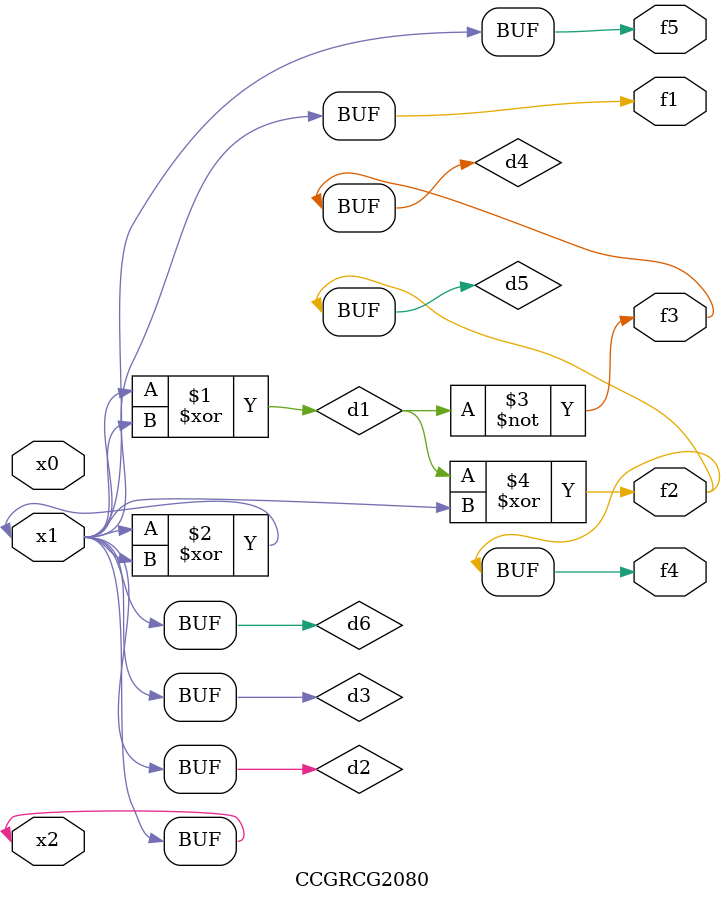
<source format=v>
module CCGRCG2080(
	input x0, x1, x2,
	output f1, f2, f3, f4, f5
);

	wire d1, d2, d3, d4, d5, d6;

	xor (d1, x1, x2);
	buf (d2, x1, x2);
	xor (d3, x1, x2);
	nor (d4, d1);
	xor (d5, d1, d2);
	buf (d6, d2, d3);
	assign f1 = d6;
	assign f2 = d5;
	assign f3 = d4;
	assign f4 = d5;
	assign f5 = d6;
endmodule

</source>
